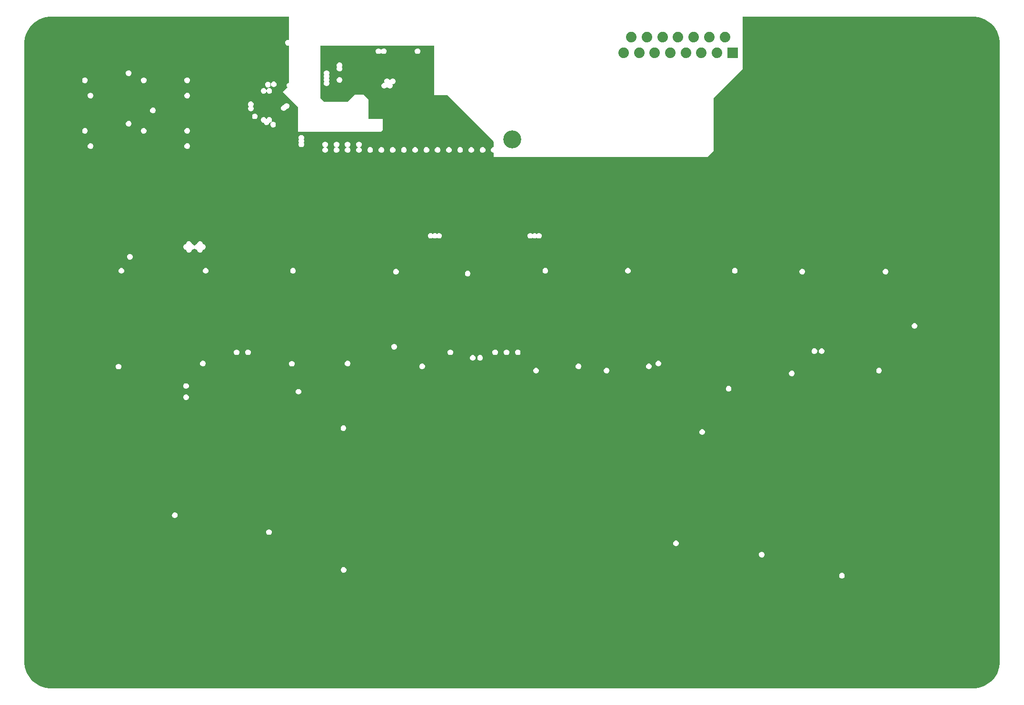
<source format=gbs>
G04*
G04 #@! TF.GenerationSoftware,Altium Limited,Altium Designer,19.1.8 (144)*
G04*
G04 Layer_Color=16711935*
%FSLAX44Y44*%
%MOMM*%
G71*
G01*
G75*
%ADD81C,3.2000*%
%ADD100C,1.8796*%
%ADD101R,1.8796X1.8796*%
%ADD102C,5.0000*%
G36*
X-820000Y667051D02*
X-820000Y667051D01*
X-820000Y667051D01*
X-397000D01*
Y625583D01*
X-398005Y626000D01*
X-399995D01*
X-401832Y625239D01*
X-403239Y623832D01*
X-404000Y621995D01*
Y621000D01*
Y620005D01*
X-403239Y618168D01*
X-401832Y616761D01*
X-399995Y616000D01*
X-398005D01*
X-397000Y616416D01*
X-397000Y549998D01*
X-398832Y549239D01*
X-400239Y547832D01*
X-401000Y545994D01*
Y545000D01*
Y544005D01*
X-400239Y542168D01*
X-399785Y541714D01*
X-408125Y533375D01*
X-381000Y506250D01*
Y462500D01*
X-233000D01*
X-230000Y465500D01*
Y484942D01*
X-230558Y485500D01*
X-255000D01*
X-255721Y486221D01*
Y520221D01*
X-264000Y528500D01*
X-280000D01*
X-292500Y516000D01*
X-334461D01*
X-341000Y522539D01*
Y615500D01*
X-139000D01*
Y527500D01*
X-115000D01*
X-32500Y445000D01*
Y435000D01*
X-33495D01*
X-35332Y434239D01*
X-36739Y432832D01*
X-37500Y430994D01*
Y430000D01*
Y429005D01*
X-36739Y427168D01*
X-35332Y425761D01*
X-33495Y425000D01*
X-32500D01*
Y417500D01*
X347000D01*
X358000Y428500D01*
Y522500D01*
X410000Y574500D01*
X410000Y667051D01*
X823110D01*
X829277Y666239D01*
X835285Y664629D01*
X841032Y662249D01*
X846419Y659139D01*
X851354Y655352D01*
X855752Y650954D01*
X859539Y646019D01*
X862649Y640632D01*
X865029Y634885D01*
X866639Y628877D01*
X867451Y622710D01*
X867451Y619600D01*
Y619600D01*
Y619600D01*
X867451Y-480400D01*
Y-483510D01*
X866639Y-489677D01*
X865029Y-495685D01*
X862649Y-501432D01*
X859539Y-506819D01*
X855752Y-511754D01*
X851354Y-516152D01*
X846419Y-519939D01*
X841032Y-523049D01*
X835285Y-525429D01*
X829277Y-527039D01*
X823110Y-527851D01*
X820000Y-527851D01*
X820000D01*
D01*
X-820000D01*
D01*
X-820000D01*
X-823110Y-527851D01*
X-829277Y-527039D01*
X-835285Y-525429D01*
X-841032Y-523049D01*
X-846419Y-519939D01*
X-851354Y-516152D01*
X-855752Y-511754D01*
X-859539Y-506819D01*
X-862649Y-501432D01*
X-865029Y-495686D01*
X-866639Y-489677D01*
X-867449Y-483527D01*
X-867409Y-480390D01*
X-867412Y-480374D01*
X-867409Y-480357D01*
X-867451Y619600D01*
Y622710D01*
X-866639Y628877D01*
X-865029Y634885D01*
X-862649Y640632D01*
X-859539Y646019D01*
X-855752Y650954D01*
X-851354Y655352D01*
X-846419Y659139D01*
X-841032Y662249D01*
X-835285Y664629D01*
X-829277Y666239D01*
X-823110Y667051D01*
X-820000Y667051D01*
D02*
G37*
%LPC*%
G36*
X-227006Y611000D02*
X-228995D01*
X-230832Y610239D01*
X-232239Y608832D01*
X-233000Y606995D01*
X-233761Y608832D01*
X-235168Y610239D01*
X-237006Y611000D01*
X-238995D01*
X-240832Y610239D01*
X-242239Y608832D01*
X-243000Y606995D01*
Y606000D01*
Y605005D01*
X-242239Y603168D01*
X-240832Y601761D01*
X-238995Y601000D01*
X-237006D01*
X-235168Y601761D01*
X-233761Y603168D01*
X-233000Y605005D01*
X-232239Y603168D01*
X-230832Y601761D01*
X-228995Y601000D01*
X-227006D01*
X-225168Y601761D01*
X-223761Y603168D01*
X-223000Y605005D01*
Y606000D01*
Y606995D01*
X-223761Y608832D01*
X-225168Y610239D01*
X-227006Y611000D01*
D02*
G37*
G36*
X-167006D02*
X-168995D01*
X-170832Y610239D01*
X-172239Y608832D01*
X-173000Y606995D01*
Y606000D01*
Y605005D01*
X-172239Y603168D01*
X-170832Y601761D01*
X-168995Y601000D01*
X-167006D01*
X-165168Y601761D01*
X-163761Y603168D01*
X-163000Y605005D01*
Y606000D01*
Y606995D01*
X-163761Y608832D01*
X-165168Y610239D01*
X-167006Y611000D01*
D02*
G37*
G36*
X-306005Y585715D02*
X-307995D01*
X-309832Y584953D01*
X-311239Y583547D01*
X-312000Y581709D01*
Y580715D01*
Y579720D01*
X-311239Y577882D01*
X-311071Y577715D01*
X-311239Y577547D01*
X-312000Y575709D01*
Y574715D01*
Y573720D01*
X-311239Y571882D01*
X-309832Y570476D01*
X-307995Y569715D01*
X-306005D01*
X-304168Y570476D01*
X-302761Y571882D01*
X-302000Y573720D01*
Y574715D01*
Y575709D01*
X-302761Y577547D01*
X-302929Y577715D01*
X-302761Y577882D01*
X-302000Y579720D01*
Y580715D01*
Y581709D01*
X-302761Y583547D01*
X-304168Y584953D01*
X-306005Y585715D01*
D02*
G37*
G36*
X-680956Y571950D02*
X-682945D01*
X-684782Y571189D01*
X-686189Y569782D01*
X-686950Y567944D01*
Y566950D01*
Y565955D01*
X-686189Y564118D01*
X-684782Y562711D01*
X-682945Y561950D01*
X-680956D01*
X-679118Y562711D01*
X-677711Y564118D01*
X-676950Y565955D01*
Y566950D01*
Y567944D01*
X-677711Y569782D01*
X-679118Y571189D01*
X-680956Y571950D01*
D02*
G37*
G36*
X-211506Y557500D02*
X-213495D01*
X-215332Y556739D01*
X-216739Y555332D01*
X-217032Y554625D01*
X-217968D01*
X-218261Y555332D01*
X-219668Y556739D01*
X-221506Y557500D01*
X-223495D01*
X-225332Y556739D01*
X-226739Y555332D01*
X-227500Y553494D01*
Y552500D01*
Y551505D01*
X-226739Y549668D01*
X-226696Y549625D01*
X-228495D01*
X-230332Y548864D01*
X-231739Y547457D01*
X-232500Y545620D01*
Y544625D01*
Y543630D01*
X-231739Y541793D01*
X-230332Y540386D01*
X-228495Y539625D01*
X-226505D01*
X-224668Y540386D01*
X-223429Y541625D01*
X-221571D01*
X-220332Y540386D01*
X-218495Y539625D01*
X-216506D01*
X-214668Y540386D01*
X-213261Y541793D01*
X-212500Y543630D01*
Y544625D01*
Y545620D01*
X-213124Y547125D01*
X-212968Y547500D01*
X-211506D01*
X-209668Y548261D01*
X-208261Y549668D01*
X-207500Y551505D01*
Y552500D01*
Y553494D01*
X-208261Y555332D01*
X-209668Y556739D01*
X-211506Y557500D01*
D02*
G37*
G36*
X-306005Y559715D02*
X-307995D01*
X-309832Y558953D01*
X-311239Y557547D01*
X-312000Y555709D01*
Y554715D01*
Y553720D01*
X-311239Y551882D01*
X-309832Y550476D01*
X-307995Y549715D01*
X-306005D01*
X-304168Y550476D01*
X-302761Y551882D01*
X-302000Y553720D01*
Y554715D01*
Y555709D01*
X-302761Y557547D01*
X-304168Y558953D01*
X-306005Y559715D01*
D02*
G37*
G36*
X-576755Y559270D02*
X-578745D01*
X-580582Y558509D01*
X-581989Y557102D01*
X-582750Y555265D01*
Y554270D01*
Y553276D01*
X-581989Y551438D01*
X-580582Y550031D01*
X-578745Y549270D01*
X-576755D01*
X-574918Y550031D01*
X-573511Y551438D01*
X-572750Y553276D01*
Y554270D01*
Y555265D01*
X-573511Y557102D01*
X-574918Y558509D01*
X-576755Y559270D01*
D02*
G37*
G36*
X-758755D02*
X-760744D01*
X-762582Y558509D01*
X-763989Y557102D01*
X-764750Y555265D01*
Y554270D01*
Y553276D01*
X-763989Y551438D01*
X-762582Y550031D01*
X-760744Y549270D01*
X-758755D01*
X-756918Y550031D01*
X-755511Y551438D01*
X-754750Y553276D01*
Y554270D01*
Y555265D01*
X-755511Y557102D01*
X-756918Y558509D01*
X-758755Y559270D01*
D02*
G37*
G36*
X-654355Y559250D02*
X-656344D01*
X-658182Y558489D01*
X-659588Y557082D01*
X-660350Y555244D01*
Y554250D01*
Y553255D01*
X-659588Y551418D01*
X-658182Y550011D01*
X-656344Y549250D01*
X-654355D01*
X-652517Y550011D01*
X-651111Y551418D01*
X-650350Y553255D01*
Y554250D01*
Y555244D01*
X-651111Y557082D01*
X-652517Y558489D01*
X-654355Y559250D01*
D02*
G37*
G36*
X-329006Y572000D02*
X-330995D01*
X-332832Y571239D01*
X-334239Y569832D01*
X-335000Y567994D01*
Y567000D01*
Y566005D01*
X-334239Y564168D01*
X-334071Y564000D01*
X-334239Y563832D01*
X-335000Y561995D01*
Y561000D01*
Y560005D01*
X-334239Y558168D01*
X-334071Y558000D01*
X-334239Y557832D01*
X-335000Y555994D01*
Y555000D01*
Y554005D01*
X-334239Y552168D01*
X-333928Y551857D01*
X-334239Y551547D01*
X-335000Y549709D01*
Y548715D01*
Y547720D01*
X-334239Y545882D01*
X-332832Y544476D01*
X-330995Y543715D01*
X-329006D01*
X-327168Y544476D01*
X-325761Y545882D01*
X-325000Y547720D01*
Y548715D01*
Y549709D01*
X-325761Y551547D01*
X-326072Y551857D01*
X-325761Y552168D01*
X-325000Y554005D01*
Y555000D01*
Y555994D01*
X-325761Y557832D01*
X-325929Y558000D01*
X-325761Y558168D01*
X-325000Y560005D01*
Y561000D01*
Y561995D01*
X-325761Y563832D01*
X-325929Y564000D01*
X-325761Y564168D01*
X-325000Y566005D01*
Y567000D01*
Y567994D01*
X-325761Y569832D01*
X-327168Y571239D01*
X-329006Y572000D01*
D02*
G37*
G36*
X-423005Y551875D02*
X-424995D01*
X-426832Y551114D01*
X-428239Y549707D01*
X-429000Y547869D01*
Y546875D01*
Y545880D01*
X-428239Y544043D01*
X-426832Y542636D01*
X-424995Y541875D01*
X-423005D01*
X-421168Y542636D01*
X-419761Y544043D01*
X-419000Y545880D01*
Y546875D01*
Y547869D01*
X-419761Y549707D01*
X-421168Y551114D01*
X-423005Y551875D01*
D02*
G37*
G36*
X-433509Y551503D02*
X-435498D01*
X-437336Y550742D01*
X-438742Y549336D01*
X-439503Y547498D01*
Y546503D01*
Y545509D01*
X-438742Y543671D01*
X-437336Y542265D01*
X-435498Y541503D01*
X-433509D01*
X-431671Y542265D01*
X-430265Y543671D01*
X-429503Y545509D01*
Y546503D01*
Y547498D01*
X-430265Y549336D01*
X-431671Y550742D01*
X-433509Y551503D01*
D02*
G37*
G36*
X-441005Y540375D02*
X-442994D01*
X-444832Y539614D01*
X-446239Y538207D01*
X-447000Y536370D01*
Y535375D01*
Y534380D01*
X-446239Y532543D01*
X-444832Y531136D01*
X-442994Y530375D01*
X-441005D01*
X-439168Y531136D01*
X-437761Y532543D01*
X-437000Y534380D01*
Y534380D01*
X-436239Y532543D01*
X-434832Y531136D01*
X-432995Y530375D01*
X-431005D01*
X-429168Y531136D01*
X-427761Y532543D01*
X-427000Y534380D01*
Y535375D01*
Y536370D01*
X-427761Y538207D01*
X-429168Y539614D01*
X-431005Y540375D01*
X-432995D01*
X-434832Y539614D01*
X-436239Y538207D01*
X-437000Y536370D01*
Y536370D01*
X-437761Y538207D01*
X-439168Y539614D01*
X-441005Y540375D01*
D02*
G37*
G36*
X-748755Y532100D02*
X-750744D01*
X-752582Y531339D01*
X-753989Y529932D01*
X-754750Y528094D01*
Y527100D01*
Y526105D01*
X-753989Y524268D01*
X-752582Y522861D01*
X-750744Y522100D01*
X-748755D01*
X-746918Y522861D01*
X-745511Y524268D01*
X-744750Y526105D01*
Y527100D01*
Y528094D01*
X-745511Y529932D01*
X-746918Y531339D01*
X-748755Y532100D01*
D02*
G37*
G36*
X-576755Y531900D02*
X-578745D01*
X-580582Y531139D01*
X-581989Y529732D01*
X-582750Y527895D01*
Y526900D01*
Y525905D01*
X-581989Y524068D01*
X-580582Y522661D01*
X-578745Y521900D01*
X-576755D01*
X-574918Y522661D01*
X-573511Y524068D01*
X-572750Y525905D01*
Y526900D01*
Y527895D01*
X-573511Y529732D01*
X-574918Y531139D01*
X-576755Y531900D01*
D02*
G37*
G36*
X-400130Y513500D02*
X-402119D01*
X-403957Y512739D01*
X-405364Y511332D01*
X-406123Y509500D01*
X-407120D01*
X-408957Y508739D01*
X-410364Y507332D01*
X-411125Y505494D01*
Y504500D01*
Y503505D01*
X-410364Y501668D01*
X-408957Y500261D01*
X-407120Y499500D01*
X-405131D01*
X-403293Y500261D01*
X-401886Y501668D01*
X-401127Y503500D01*
X-400130D01*
X-398293Y504261D01*
X-396886Y505668D01*
X-396125Y507505D01*
Y508500D01*
Y509495D01*
X-396886Y511332D01*
X-398293Y512739D01*
X-400130Y513500D01*
D02*
G37*
G36*
X-463800Y516420D02*
X-465789D01*
X-467627Y515659D01*
X-469034Y514252D01*
X-469795Y512414D01*
Y511420D01*
Y510425D01*
X-469034Y508588D01*
X-468134Y507687D01*
X-468989Y506832D01*
X-469750Y504995D01*
Y504000D01*
Y503005D01*
X-468989Y501168D01*
X-467582Y499761D01*
X-465745Y499000D01*
X-463755D01*
X-461918Y499761D01*
X-460511Y501168D01*
X-459750Y503005D01*
Y504000D01*
Y504995D01*
X-460511Y506832D01*
X-461411Y507732D01*
X-460556Y508588D01*
X-459795Y510425D01*
Y511420D01*
Y512414D01*
X-460556Y514252D01*
X-461963Y515659D01*
X-463800Y516420D01*
D02*
G37*
G36*
X-637755Y505400D02*
X-639744D01*
X-641582Y504639D01*
X-642989Y503232D01*
X-643750Y501395D01*
Y500400D01*
Y499405D01*
X-642989Y497568D01*
X-641582Y496161D01*
X-639744Y495400D01*
X-637755D01*
X-635918Y496161D01*
X-634511Y497568D01*
X-633750Y499405D01*
Y500400D01*
Y501395D01*
X-634511Y503232D01*
X-635918Y504639D01*
X-637755Y505400D01*
D02*
G37*
G36*
X-456506Y495000D02*
X-458495D01*
X-460332Y494239D01*
X-461739Y492832D01*
X-462500Y490994D01*
Y490000D01*
Y489005D01*
X-461739Y487168D01*
X-460332Y485761D01*
X-458495Y485000D01*
X-456506D01*
X-454668Y485761D01*
X-453261Y487168D01*
X-452500Y489005D01*
Y490000D01*
Y490994D01*
X-453261Y492832D01*
X-454668Y494239D01*
X-456506Y495000D01*
D02*
G37*
G36*
X-431006Y488625D02*
X-432995D01*
X-434832Y487864D01*
X-436239Y486457D01*
X-436998Y484625D01*
X-437002D01*
X-437761Y486457D01*
X-439168Y487864D01*
X-441005Y488625D01*
X-442995D01*
X-444832Y487864D01*
X-446239Y486457D01*
X-447000Y484619D01*
Y483625D01*
Y482630D01*
X-446239Y480793D01*
X-444832Y479386D01*
X-442995Y478625D01*
X-441998D01*
X-441239Y476793D01*
X-439832Y475386D01*
X-437995Y474625D01*
X-436006D01*
X-434168Y475386D01*
X-432761Y476793D01*
X-432002Y478625D01*
X-431006D01*
X-429168Y479386D01*
X-427761Y480793D01*
X-427000Y482631D01*
Y483625D01*
Y484620D01*
X-427761Y486457D01*
X-429168Y487864D01*
X-431006Y488625D01*
D02*
G37*
G36*
X-680956Y481950D02*
X-682945D01*
X-684782Y481189D01*
X-686189Y479782D01*
X-686950Y477944D01*
Y476950D01*
Y475955D01*
X-686189Y474118D01*
X-684782Y472711D01*
X-682945Y471950D01*
X-680956D01*
X-679118Y472711D01*
X-677711Y474118D01*
X-676950Y475955D01*
Y476950D01*
Y477944D01*
X-677711Y479782D01*
X-679118Y481189D01*
X-680956Y481950D01*
D02*
G37*
G36*
X-424255Y480429D02*
X-426244D01*
X-428082Y479668D01*
X-429489Y478261D01*
X-430250Y476423D01*
Y475429D01*
Y474434D01*
X-429489Y472597D01*
X-428082Y471190D01*
X-426244Y470429D01*
X-424255D01*
X-422417Y471190D01*
X-421011Y472597D01*
X-420250Y474434D01*
Y475429D01*
Y476423D01*
X-421011Y478261D01*
X-422417Y479668D01*
X-424255Y480429D01*
D02*
G37*
G36*
X-576755Y469270D02*
X-578745D01*
X-580582Y468509D01*
X-581989Y467102D01*
X-582750Y465265D01*
Y464270D01*
Y463276D01*
X-581989Y461438D01*
X-580582Y460031D01*
X-578745Y459270D01*
X-576755D01*
X-574918Y460031D01*
X-573511Y461438D01*
X-572750Y463276D01*
Y464270D01*
Y465265D01*
X-573511Y467102D01*
X-574918Y468509D01*
X-576755Y469270D01*
D02*
G37*
G36*
X-758755D02*
X-760744D01*
X-762582Y468509D01*
X-763989Y467102D01*
X-764750Y465265D01*
Y464270D01*
Y463276D01*
X-763989Y461438D01*
X-762582Y460031D01*
X-760744Y459270D01*
X-758755D01*
X-756918Y460031D01*
X-755511Y461438D01*
X-754750Y463276D01*
Y464270D01*
Y465265D01*
X-755511Y467102D01*
X-756918Y468509D01*
X-758755Y469270D01*
D02*
G37*
G36*
X-654355Y469250D02*
X-656344D01*
X-658182Y468489D01*
X-659588Y467082D01*
X-660350Y465244D01*
Y464250D01*
Y463255D01*
X-659588Y461418D01*
X-658182Y460011D01*
X-656344Y459250D01*
X-654355D01*
X-652517Y460011D01*
X-651111Y461418D01*
X-650350Y463255D01*
Y464250D01*
Y465244D01*
X-651111Y467082D01*
X-652517Y468489D01*
X-654355Y469250D01*
D02*
G37*
G36*
X-311506Y445000D02*
X-313495D01*
X-315332Y444239D01*
X-316739Y442833D01*
X-317500Y440995D01*
Y440000D01*
Y439006D01*
X-316739Y437168D01*
X-315332Y435761D01*
X-313495Y435000D01*
X-311506D01*
X-309668Y435761D01*
X-308261Y437168D01*
X-307500Y439006D01*
Y440000D01*
Y440995D01*
X-308261Y442833D01*
X-309668Y444239D01*
X-311506Y445000D01*
D02*
G37*
G36*
X-331506D02*
X-333495D01*
X-335332Y444239D01*
X-336739Y442833D01*
X-337500Y440995D01*
Y440000D01*
Y439006D01*
X-336739Y437168D01*
X-335332Y435761D01*
X-333495Y435000D01*
X-331506D01*
X-329668Y435761D01*
X-328261Y437168D01*
X-327500Y439006D01*
Y440000D01*
Y440995D01*
X-328261Y442833D01*
X-329668Y444239D01*
X-331506Y445000D01*
D02*
G37*
G36*
X-374006Y457000D02*
X-375995D01*
X-377832Y456239D01*
X-379239Y454832D01*
X-380000Y452994D01*
Y452000D01*
Y451005D01*
X-379239Y449168D01*
X-379071Y449000D01*
X-379239Y448832D01*
X-380000Y446995D01*
Y446000D01*
Y445005D01*
X-379239Y443168D01*
X-379071Y443000D01*
X-379239Y442832D01*
X-380000Y440994D01*
Y440000D01*
Y439005D01*
X-379239Y437168D01*
X-377832Y435761D01*
X-375995Y435000D01*
X-374006D01*
X-372168Y435761D01*
X-370761Y437168D01*
X-370000Y439005D01*
Y440000D01*
Y440994D01*
X-370761Y442832D01*
X-370929Y443000D01*
X-370761Y443168D01*
X-370000Y445005D01*
Y446000D01*
Y446995D01*
X-370761Y448832D01*
X-370929Y449000D01*
X-370761Y449168D01*
X-370000Y451005D01*
Y452000D01*
Y452994D01*
X-370761Y454832D01*
X-372168Y456239D01*
X-374006Y457000D01*
D02*
G37*
G36*
X-576755Y441900D02*
X-578745D01*
X-580582Y441139D01*
X-581989Y439732D01*
X-582750Y437895D01*
Y436900D01*
Y435905D01*
X-581989Y434068D01*
X-580582Y432661D01*
X-578745Y431900D01*
X-576755D01*
X-574918Y432661D01*
X-573511Y434068D01*
X-572750Y435905D01*
Y436900D01*
Y437895D01*
X-573511Y439732D01*
X-574918Y441139D01*
X-576755Y441900D01*
D02*
G37*
G36*
X-748755D02*
X-750744D01*
X-752582Y441139D01*
X-753989Y439732D01*
X-754750Y437895D01*
Y436900D01*
Y435905D01*
X-753989Y434068D01*
X-752582Y432661D01*
X-750744Y431900D01*
X-748755D01*
X-746918Y432661D01*
X-745511Y434068D01*
X-744750Y435905D01*
Y436900D01*
Y437895D01*
X-745511Y439732D01*
X-746918Y441139D01*
X-748755Y441900D01*
D02*
G37*
G36*
X-51505Y435000D02*
X-53495D01*
X-55332Y434239D01*
X-56739Y432832D01*
X-57500Y430994D01*
Y430000D01*
Y429005D01*
X-56739Y427168D01*
X-55332Y425761D01*
X-53495Y425000D01*
X-51505D01*
X-49668Y425761D01*
X-48261Y427168D01*
X-47500Y429005D01*
Y430000D01*
Y430994D01*
X-48261Y432832D01*
X-49668Y434239D01*
X-51505Y435000D01*
D02*
G37*
G36*
X-71505D02*
X-73495D01*
X-75332Y434239D01*
X-76739Y432832D01*
X-77500Y430994D01*
Y430000D01*
Y429005D01*
X-76739Y427168D01*
X-75332Y425761D01*
X-73495Y425000D01*
X-71505D01*
X-69668Y425761D01*
X-68261Y427168D01*
X-67500Y429005D01*
Y430000D01*
Y430994D01*
X-68261Y432832D01*
X-69668Y434239D01*
X-71505Y435000D01*
D02*
G37*
G36*
X-91505D02*
X-93495D01*
X-95332Y434239D01*
X-96739Y432832D01*
X-97500Y430994D01*
Y430000D01*
Y429005D01*
X-96739Y427168D01*
X-95332Y425761D01*
X-93495Y425000D01*
X-91505D01*
X-89668Y425761D01*
X-88261Y427168D01*
X-87500Y429005D01*
Y430000D01*
Y430994D01*
X-88261Y432832D01*
X-89668Y434239D01*
X-91505Y435000D01*
D02*
G37*
G36*
X-111505D02*
X-113495D01*
X-115332Y434239D01*
X-116739Y432832D01*
X-117500Y430994D01*
Y430000D01*
Y429005D01*
X-116739Y427168D01*
X-115332Y425761D01*
X-113495Y425000D01*
X-111505D01*
X-109668Y425761D01*
X-108261Y427168D01*
X-107500Y429005D01*
Y430000D01*
Y430994D01*
X-108261Y432832D01*
X-109668Y434239D01*
X-111505Y435000D01*
D02*
G37*
G36*
X-131505D02*
X-133495D01*
X-135332Y434239D01*
X-136739Y432832D01*
X-137500Y430994D01*
Y430000D01*
Y429005D01*
X-136739Y427168D01*
X-135332Y425761D01*
X-133495Y425000D01*
X-131505D01*
X-129668Y425761D01*
X-128261Y427168D01*
X-127500Y429005D01*
Y430000D01*
Y430994D01*
X-128261Y432832D01*
X-129668Y434239D01*
X-131505Y435000D01*
D02*
G37*
G36*
X-151505D02*
X-153495D01*
X-155332Y434239D01*
X-156739Y432832D01*
X-157500Y430994D01*
Y430000D01*
Y429005D01*
X-156739Y427168D01*
X-155332Y425761D01*
X-153495Y425000D01*
X-151505D01*
X-149668Y425761D01*
X-148261Y427168D01*
X-147500Y429005D01*
Y430000D01*
Y430994D01*
X-148261Y432832D01*
X-149668Y434239D01*
X-151505Y435000D01*
D02*
G37*
G36*
X-171506D02*
X-173495D01*
X-175332Y434239D01*
X-176739Y432832D01*
X-177500Y430994D01*
Y430000D01*
Y429005D01*
X-176739Y427168D01*
X-175332Y425761D01*
X-173495Y425000D01*
X-171506D01*
X-169668Y425761D01*
X-168261Y427168D01*
X-167500Y429005D01*
Y430000D01*
Y430994D01*
X-168261Y432832D01*
X-169668Y434239D01*
X-171506Y435000D01*
D02*
G37*
G36*
X-191506D02*
X-193495D01*
X-195332Y434239D01*
X-196739Y432832D01*
X-197500Y430994D01*
Y430000D01*
Y429005D01*
X-196739Y427168D01*
X-195332Y425761D01*
X-193495Y425000D01*
X-191506D01*
X-189668Y425761D01*
X-188261Y427168D01*
X-187500Y429005D01*
Y430000D01*
Y430994D01*
X-188261Y432832D01*
X-189668Y434239D01*
X-191506Y435000D01*
D02*
G37*
G36*
X-211506D02*
X-213495D01*
X-215332Y434239D01*
X-216739Y432832D01*
X-217500Y430994D01*
Y430000D01*
Y429005D01*
X-216739Y427168D01*
X-215332Y425761D01*
X-213495Y425000D01*
X-211506D01*
X-209668Y425761D01*
X-208261Y427168D01*
X-207500Y429005D01*
Y430000D01*
Y430994D01*
X-208261Y432832D01*
X-209668Y434239D01*
X-211506Y435000D01*
D02*
G37*
G36*
X-231506D02*
X-233495D01*
X-235332Y434239D01*
X-236739Y432832D01*
X-237500Y430994D01*
Y430000D01*
Y429005D01*
X-236739Y427168D01*
X-235332Y425761D01*
X-233495Y425000D01*
X-231506D01*
X-229668Y425761D01*
X-228261Y427168D01*
X-227500Y429005D01*
Y430000D01*
Y430994D01*
X-228261Y432832D01*
X-229668Y434239D01*
X-231506Y435000D01*
D02*
G37*
G36*
X-251506D02*
X-253495D01*
X-255332Y434239D01*
X-256739Y432832D01*
X-257500Y430994D01*
Y430000D01*
Y429005D01*
X-256739Y427168D01*
X-255332Y425761D01*
X-253495Y425000D01*
X-251506D01*
X-249668Y425761D01*
X-248261Y427168D01*
X-247500Y429005D01*
Y430000D01*
Y430994D01*
X-248261Y432832D01*
X-249668Y434239D01*
X-251506Y435000D01*
D02*
G37*
G36*
X-271506Y445000D02*
X-273495D01*
X-275332Y444239D01*
X-276739Y442832D01*
X-277500Y440994D01*
Y440000D01*
Y439005D01*
X-276739Y437168D01*
X-275332Y435761D01*
X-273495Y435000D01*
X-275332Y434239D01*
X-276739Y432832D01*
X-277500Y430994D01*
Y430000D01*
Y429005D01*
X-276739Y427168D01*
X-275332Y425761D01*
X-273495Y425000D01*
X-271506D01*
X-269668Y425761D01*
X-268261Y427168D01*
X-267500Y429005D01*
Y430000D01*
Y430994D01*
X-268261Y432832D01*
X-269668Y434239D01*
X-271506Y435000D01*
X-269668Y435761D01*
X-268261Y437168D01*
X-267500Y439005D01*
Y440000D01*
Y440994D01*
X-268261Y442832D01*
X-269668Y444239D01*
X-271506Y445000D01*
D02*
G37*
G36*
X-291506Y445000D02*
X-293495D01*
X-295332Y444239D01*
X-296739Y442832D01*
X-297500Y440994D01*
Y440000D01*
Y439005D01*
X-296739Y437168D01*
X-295332Y435761D01*
X-293495Y435000D01*
X-295332Y434239D01*
X-296739Y432832D01*
X-297500Y430994D01*
Y430000D01*
Y429005D01*
X-296739Y427168D01*
X-295332Y425761D01*
X-293495Y425000D01*
X-291506D01*
X-289668Y425761D01*
X-288261Y427168D01*
X-287500Y429005D01*
Y430000D01*
Y430994D01*
X-288261Y432832D01*
X-289668Y434239D01*
X-291505Y435000D01*
X-289668Y435761D01*
X-288261Y437168D01*
X-287500Y439005D01*
Y440000D01*
Y440994D01*
X-288261Y442832D01*
X-289668Y444239D01*
X-291506Y445000D01*
D02*
G37*
G36*
X-311506Y435000D02*
X-313495D01*
X-315332Y434239D01*
X-316739Y432832D01*
X-317500Y430994D01*
Y430000D01*
Y429005D01*
X-316739Y427168D01*
X-315332Y425761D01*
X-313495Y425000D01*
X-311506D01*
X-309668Y425761D01*
X-308261Y427168D01*
X-307500Y429005D01*
Y430000D01*
Y430994D01*
X-308261Y432832D01*
X-309668Y434239D01*
X-311506Y435000D01*
D02*
G37*
G36*
X-331506D02*
X-333495D01*
X-335332Y434239D01*
X-336739Y432832D01*
X-337500Y430994D01*
Y430000D01*
Y429005D01*
X-336739Y427168D01*
X-335332Y425761D01*
X-333495Y425000D01*
X-331506D01*
X-329668Y425761D01*
X-328261Y427168D01*
X-327500Y429005D01*
Y430000D01*
Y430994D01*
X-328261Y432832D01*
X-329668Y434239D01*
X-331506Y435000D01*
D02*
G37*
G36*
X48495Y282500D02*
X46505D01*
X44668Y281739D01*
X43750Y280821D01*
X42832Y281739D01*
X40995Y282500D01*
X39005D01*
X37168Y281739D01*
X36250Y280821D01*
X35332Y281739D01*
X33495Y282500D01*
X31505D01*
X29668Y281739D01*
X28261Y280332D01*
X27500Y278494D01*
Y277500D01*
Y276505D01*
X28261Y274668D01*
X29668Y273261D01*
X31505Y272500D01*
X33495D01*
X35332Y273261D01*
X36250Y274179D01*
X37168Y273261D01*
X39005Y272500D01*
X40995D01*
X42832Y273261D01*
X43750Y274179D01*
X44668Y273261D01*
X46505Y272500D01*
X48495D01*
X50332Y273261D01*
X51739Y274668D01*
X52500Y276505D01*
Y277500D01*
Y278494D01*
X51739Y280332D01*
X50332Y281739D01*
X48495Y282500D01*
D02*
G37*
G36*
X-129005D02*
X-130995D01*
X-132832Y281739D01*
X-133750Y280821D01*
X-134668Y281739D01*
X-136505Y282500D01*
X-138495D01*
X-140332Y281739D01*
X-141250Y280821D01*
X-142168Y281739D01*
X-144005Y282500D01*
X-145995D01*
X-147832Y281739D01*
X-149239Y280332D01*
X-150000Y278494D01*
Y277500D01*
Y276505D01*
X-149239Y274668D01*
X-147832Y273261D01*
X-145995Y272500D01*
X-144005D01*
X-142168Y273261D01*
X-141250Y274179D01*
X-140332Y273261D01*
X-138495Y272500D01*
X-136505D01*
X-134668Y273261D01*
X-133750Y274179D01*
X-132832Y273261D01*
X-130995Y272500D01*
X-129005D01*
X-127168Y273261D01*
X-125761Y274668D01*
X-125000Y276505D01*
Y277500D01*
Y278494D01*
X-125761Y280332D01*
X-127168Y281739D01*
X-129005Y282500D01*
D02*
G37*
G36*
X-554006Y267500D02*
X-555995D01*
X-557832Y266739D01*
X-559239Y265332D01*
X-560000Y263494D01*
Y262500D01*
X-560995D01*
X-562832Y261739D01*
X-564239Y260332D01*
X-565000Y258495D01*
X-565761Y260332D01*
X-567168Y261739D01*
X-569006Y262500D01*
X-570000D01*
Y263494D01*
X-570761Y265332D01*
X-572168Y266739D01*
X-574006Y267500D01*
X-575995D01*
X-577832Y266739D01*
X-579239Y265332D01*
X-580000Y263494D01*
Y262500D01*
X-580995D01*
X-582832Y261739D01*
X-584239Y260332D01*
X-585000Y258495D01*
Y257500D01*
Y256505D01*
X-584239Y254668D01*
X-582832Y253261D01*
X-580995Y252500D01*
X-580000D01*
Y251505D01*
X-579239Y249668D01*
X-577832Y248261D01*
X-575995Y247500D01*
X-574006D01*
X-572168Y248261D01*
X-570761Y249668D01*
X-570000Y251505D01*
Y252500D01*
X-569006D01*
X-567168Y253261D01*
X-565761Y254668D01*
X-565000Y256505D01*
X-564239Y254668D01*
X-562832Y253261D01*
X-560995Y252500D01*
X-560000D01*
Y251505D01*
X-559239Y249668D01*
X-557832Y248261D01*
X-555995Y247500D01*
X-554006D01*
X-552168Y248261D01*
X-550761Y249668D01*
X-550000Y251505D01*
Y252500D01*
X-549006D01*
X-547168Y253261D01*
X-545761Y254668D01*
X-545000Y256505D01*
Y257500D01*
Y258494D01*
X-545761Y260332D01*
X-547168Y261739D01*
X-549006Y262500D01*
X-550000D01*
Y262500D01*
Y263494D01*
X-550761Y265332D01*
X-552168Y266739D01*
X-554006Y267500D01*
D02*
G37*
G36*
X-679006Y245000D02*
X-680995D01*
X-682832Y244239D01*
X-684239Y242832D01*
X-685000Y240994D01*
Y240000D01*
Y239005D01*
X-684239Y237168D01*
X-682832Y235761D01*
X-680995Y235000D01*
X-679006D01*
X-677168Y235761D01*
X-675761Y237168D01*
X-675000Y239005D01*
Y240000D01*
Y240994D01*
X-675761Y242832D01*
X-677168Y244239D01*
X-679006Y245000D01*
D02*
G37*
G36*
X396995Y220000D02*
X395005D01*
X393168Y219239D01*
X391761Y217832D01*
X391000Y215994D01*
Y215000D01*
Y214005D01*
X391761Y212168D01*
X393168Y210761D01*
X395005Y210000D01*
X396995D01*
X398832Y210761D01*
X400239Y212168D01*
X401000Y214005D01*
Y215000D01*
Y215994D01*
X400239Y217832D01*
X398832Y219239D01*
X396995Y220000D01*
D02*
G37*
G36*
X206994D02*
X205005D01*
X203168Y219239D01*
X201761Y217832D01*
X201000Y215994D01*
Y215000D01*
Y214005D01*
X201761Y212168D01*
X203168Y210761D01*
X205005Y210000D01*
X206994D01*
X208832Y210761D01*
X210239Y212168D01*
X211000Y214005D01*
Y215000D01*
Y215994D01*
X210239Y217832D01*
X208832Y219239D01*
X206994Y220000D01*
D02*
G37*
G36*
X59995D02*
X58005D01*
X56168Y219239D01*
X54761Y217832D01*
X54000Y215994D01*
Y215000D01*
Y214005D01*
X54761Y212168D01*
X56168Y210761D01*
X58005Y210000D01*
X59995D01*
X61832Y210761D01*
X63239Y212168D01*
X64000Y214005D01*
Y215000D01*
Y215994D01*
X63239Y217832D01*
X61832Y219239D01*
X59995Y220000D01*
D02*
G37*
G36*
X-388755D02*
X-390744D01*
X-392582Y219239D01*
X-393988Y217832D01*
X-394750Y215994D01*
Y215000D01*
Y214005D01*
X-393988Y212168D01*
X-392582Y210761D01*
X-390744Y210000D01*
X-388755D01*
X-386917Y210761D01*
X-385511Y212168D01*
X-384750Y214005D01*
Y215000D01*
Y215994D01*
X-385511Y217832D01*
X-386917Y219239D01*
X-388755Y220000D01*
D02*
G37*
G36*
X-544006D02*
X-545995D01*
X-547832Y219239D01*
X-549239Y217832D01*
X-550000Y215994D01*
Y215000D01*
Y214005D01*
X-549239Y212168D01*
X-547832Y210761D01*
X-545995Y210000D01*
X-544006D01*
X-542168Y210761D01*
X-540761Y212168D01*
X-540000Y214005D01*
Y215000D01*
Y215994D01*
X-540761Y217832D01*
X-542168Y219239D01*
X-544006Y220000D01*
D02*
G37*
G36*
X-694006D02*
X-695995D01*
X-697832Y219239D01*
X-699239Y217832D01*
X-700000Y215994D01*
Y215000D01*
Y214005D01*
X-699239Y212168D01*
X-697832Y210761D01*
X-695995Y210000D01*
X-694006D01*
X-692168Y210761D01*
X-690761Y212168D01*
X-690000Y214005D01*
Y215000D01*
Y215994D01*
X-690761Y217832D01*
X-692168Y219239D01*
X-694006Y220000D01*
D02*
G37*
G36*
X665220Y218600D02*
X663231D01*
X661393Y217838D01*
X659987Y216432D01*
X659226Y214594D01*
Y213600D01*
Y212605D01*
X659987Y210767D01*
X661393Y209361D01*
X663231Y208600D01*
X665220D01*
X667058Y209361D01*
X668464Y210767D01*
X669226Y212605D01*
Y213600D01*
Y214594D01*
X668464Y216432D01*
X667058Y217838D01*
X665220Y218600D01*
D02*
G37*
G36*
X516995D02*
X515006D01*
X513168Y217838D01*
X511762Y216432D01*
X511000Y214594D01*
Y213600D01*
Y212605D01*
X511762Y210767D01*
X513168Y209361D01*
X515006Y208600D01*
X516995D01*
X518833Y209361D01*
X520239Y210767D01*
X521000Y212605D01*
Y213600D01*
Y214594D01*
X520239Y216432D01*
X518833Y217838D01*
X516995Y218600D01*
D02*
G37*
G36*
X-205592Y218350D02*
X-207581D01*
X-209419Y217589D01*
X-210826Y216182D01*
X-211587Y214344D01*
Y213350D01*
Y212355D01*
X-210826Y210517D01*
X-209419Y209111D01*
X-207581Y208350D01*
X-205592D01*
X-203755Y209111D01*
X-202348Y210517D01*
X-201587Y212355D01*
Y213350D01*
Y214344D01*
X-202348Y216182D01*
X-203755Y217589D01*
X-205592Y218350D01*
D02*
G37*
G36*
X-78005Y215000D02*
X-79995D01*
X-81832Y214239D01*
X-83239Y212832D01*
X-84000Y210994D01*
Y210000D01*
Y209005D01*
X-83239Y207168D01*
X-81832Y205761D01*
X-79995Y205000D01*
X-78005D01*
X-76168Y205761D01*
X-74761Y207168D01*
X-74000Y209005D01*
Y210000D01*
Y210994D01*
X-74761Y212832D01*
X-76168Y214239D01*
X-78005Y215000D01*
D02*
G37*
G36*
X716641Y122043D02*
X714652D01*
X712815Y121282D01*
X711408Y119875D01*
X710647Y118038D01*
Y117043D01*
Y116049D01*
X711408Y114211D01*
X712815Y112804D01*
X714652Y112043D01*
X716641D01*
X718479Y112804D01*
X719886Y114211D01*
X720647Y116049D01*
Y117043D01*
Y118038D01*
X719886Y119875D01*
X718479Y121282D01*
X716641Y122043D01*
D02*
G37*
G36*
X-209006Y85000D02*
X-210995D01*
X-212832Y84239D01*
X-214239Y82832D01*
X-215000Y80995D01*
Y80000D01*
Y79005D01*
X-214239Y77168D01*
X-212832Y75761D01*
X-210995Y75000D01*
X-209006D01*
X-207168Y75761D01*
X-205761Y77168D01*
X-205000Y79005D01*
Y80000D01*
Y80995D01*
X-205761Y82832D01*
X-207168Y84239D01*
X-209006Y85000D01*
D02*
G37*
G36*
X551494Y77000D02*
X549505D01*
X547668Y76239D01*
X546261Y74832D01*
X545500Y72995D01*
Y72000D01*
Y71005D01*
X546261Y69168D01*
X547668Y67761D01*
X549505Y67000D01*
X551494D01*
X553332Y67761D01*
X554739Y69168D01*
X555500Y71005D01*
Y72000D01*
Y72995D01*
X554739Y74832D01*
X553332Y76239D01*
X551494Y77000D01*
D02*
G37*
G36*
X538494D02*
X536505D01*
X534668Y76239D01*
X533261Y74832D01*
X532500Y72995D01*
Y72000D01*
Y71005D01*
X533261Y69168D01*
X534668Y67761D01*
X536505Y67000D01*
X538494D01*
X540332Y67761D01*
X541739Y69168D01*
X542500Y71005D01*
Y72000D01*
Y72995D01*
X541739Y74832D01*
X540332Y76239D01*
X538494Y77000D01*
D02*
G37*
G36*
X10994Y75000D02*
X9005D01*
X7168Y74239D01*
X5761Y72832D01*
X5000Y70995D01*
Y70000D01*
Y69005D01*
X5761Y67168D01*
X7168Y65761D01*
X9005Y65000D01*
X10994D01*
X12832Y65761D01*
X14239Y67168D01*
X15000Y69005D01*
Y70000D01*
Y70995D01*
X14239Y72832D01*
X12832Y74239D01*
X10994Y75000D01*
D02*
G37*
G36*
X-9006D02*
X-10995D01*
X-12832Y74239D01*
X-14239Y72832D01*
X-15000Y70995D01*
Y70000D01*
Y69005D01*
X-14239Y67168D01*
X-12832Y65761D01*
X-10995Y65000D01*
X-9006D01*
X-7168Y65761D01*
X-5761Y67168D01*
X-5000Y69005D01*
Y70000D01*
Y70995D01*
X-5761Y72832D01*
X-7168Y74239D01*
X-9006Y75000D01*
D02*
G37*
G36*
X-29005D02*
X-30995D01*
X-32832Y74239D01*
X-34239Y72832D01*
X-35000Y70995D01*
Y70000D01*
Y69005D01*
X-34239Y67168D01*
X-32832Y65761D01*
X-30995Y65000D01*
X-29005D01*
X-27168Y65761D01*
X-25761Y67168D01*
X-25000Y69005D01*
Y70000D01*
Y70995D01*
X-25761Y72832D01*
X-27168Y74239D01*
X-29005Y75000D01*
D02*
G37*
G36*
X-109005D02*
X-110995D01*
X-112832Y74239D01*
X-114239Y72832D01*
X-115000Y70995D01*
Y70000D01*
Y69005D01*
X-114239Y67168D01*
X-112832Y65761D01*
X-110995Y65000D01*
X-109005D01*
X-107168Y65761D01*
X-105761Y67168D01*
X-105000Y69005D01*
Y70000D01*
Y70995D01*
X-105761Y72832D01*
X-107168Y74239D01*
X-109005Y75000D01*
D02*
G37*
G36*
X-469006D02*
X-470995D01*
X-472832Y74239D01*
X-474239Y72832D01*
X-475000Y70995D01*
Y70000D01*
Y69005D01*
X-474239Y67168D01*
X-472832Y65761D01*
X-470995Y65000D01*
X-469006D01*
X-467168Y65761D01*
X-465761Y67168D01*
X-465000Y69005D01*
Y70000D01*
Y70995D01*
X-465761Y72832D01*
X-467168Y74239D01*
X-469006Y75000D01*
D02*
G37*
G36*
X-489006D02*
X-490995D01*
X-492832Y74239D01*
X-494239Y72832D01*
X-495000Y70995D01*
Y70000D01*
Y69005D01*
X-494239Y67168D01*
X-492832Y65761D01*
X-490995Y65000D01*
X-489006D01*
X-487168Y65761D01*
X-485761Y67168D01*
X-485000Y69005D01*
Y70000D01*
Y70995D01*
X-485761Y72832D01*
X-487168Y74239D01*
X-489006Y75000D01*
D02*
G37*
G36*
X-56006Y65000D02*
X-57995D01*
X-59833Y64239D01*
X-61239Y62832D01*
X-62000Y60995D01*
Y60000D01*
Y59005D01*
X-61239Y57168D01*
X-59833Y55761D01*
X-57995Y55000D01*
X-56006D01*
X-54168Y55761D01*
X-52762Y57168D01*
X-52000Y59005D01*
Y60000D01*
Y60995D01*
X-52762Y62832D01*
X-54168Y64239D01*
X-56006Y65000D01*
D02*
G37*
G36*
X-69006D02*
X-70995D01*
X-72832Y64239D01*
X-74239Y62832D01*
X-75000Y60995D01*
Y60000D01*
Y59005D01*
X-74239Y57168D01*
X-72832Y55761D01*
X-70995Y55000D01*
X-69006D01*
X-67168Y55761D01*
X-65761Y57168D01*
X-65000Y59005D01*
Y60000D01*
Y60995D01*
X-65761Y62832D01*
X-67168Y64239D01*
X-69006Y65000D01*
D02*
G37*
G36*
X260994Y55000D02*
X259005D01*
X257168Y54239D01*
X255761Y52832D01*
X255000Y50995D01*
Y50000D01*
Y49005D01*
X255761Y47168D01*
X257168Y45761D01*
X259005Y45000D01*
X260994D01*
X262832Y45761D01*
X264239Y47168D01*
X265000Y49005D01*
Y50000D01*
Y50995D01*
X264239Y52832D01*
X262832Y54239D01*
X260994Y55000D01*
D02*
G37*
G36*
X-291506D02*
X-293495D01*
X-295332Y54239D01*
X-296739Y52832D01*
X-297500Y50995D01*
Y50000D01*
Y49005D01*
X-296739Y47168D01*
X-295332Y45761D01*
X-293495Y45000D01*
X-291506D01*
X-289668Y45761D01*
X-288261Y47168D01*
X-287500Y49005D01*
Y50000D01*
Y50995D01*
X-288261Y52832D01*
X-289668Y54239D01*
X-291506Y55000D01*
D02*
G37*
G36*
X-549006D02*
X-550995D01*
X-552832Y54239D01*
X-554239Y52832D01*
X-555000Y50995D01*
Y50000D01*
Y49005D01*
X-554239Y47168D01*
X-552832Y45761D01*
X-550995Y45000D01*
X-549006D01*
X-547168Y45761D01*
X-545761Y47168D01*
X-545000Y49005D01*
Y50000D01*
Y50995D01*
X-545761Y52832D01*
X-547168Y54239D01*
X-549006Y55000D01*
D02*
G37*
G36*
X-390755Y54687D02*
X-392744D01*
X-394582Y53925D01*
X-395988Y52519D01*
X-396750Y50681D01*
Y49687D01*
Y48692D01*
X-395988Y46854D01*
X-394582Y45448D01*
X-392744Y44687D01*
X-390755D01*
X-388917Y45448D01*
X-387511Y46854D01*
X-386750Y48692D01*
Y49687D01*
Y50681D01*
X-387511Y52519D01*
X-388917Y53925D01*
X-390755Y54687D01*
D02*
G37*
G36*
X244116Y49925D02*
X242127D01*
X240289Y49164D01*
X238883Y47757D01*
X238122Y45920D01*
Y44925D01*
Y43931D01*
X238883Y42093D01*
X240289Y40686D01*
X242127Y39925D01*
X244116D01*
X245954Y40686D01*
X247361Y42093D01*
X248122Y43931D01*
Y44925D01*
Y45920D01*
X247361Y47757D01*
X245954Y49164D01*
X244116Y49925D01*
D02*
G37*
G36*
X119116D02*
X117127D01*
X115289Y49164D01*
X113883Y47757D01*
X113122Y45920D01*
Y44925D01*
Y43931D01*
X113883Y42093D01*
X115289Y40686D01*
X117127Y39925D01*
X119116D01*
X120954Y40686D01*
X122361Y42093D01*
X123122Y43931D01*
Y44925D01*
Y45920D01*
X122361Y47757D01*
X120954Y49164D01*
X119116Y49925D01*
D02*
G37*
G36*
X-159058Y49900D02*
X-161047D01*
X-162885Y49139D01*
X-164291Y47732D01*
X-165053Y45894D01*
Y44900D01*
Y43905D01*
X-164291Y42068D01*
X-162885Y40661D01*
X-161047Y39900D01*
X-159058D01*
X-157220Y40661D01*
X-155814Y42068D01*
X-155053Y43905D01*
Y44900D01*
Y45894D01*
X-155814Y47732D01*
X-157220Y49139D01*
X-159058Y49900D01*
D02*
G37*
G36*
X-699006Y49600D02*
X-700995D01*
X-702832Y48839D01*
X-704239Y47432D01*
X-705000Y45594D01*
Y44600D01*
Y43605D01*
X-704239Y41768D01*
X-702832Y40361D01*
X-700995Y39600D01*
X-699006D01*
X-697168Y40361D01*
X-695761Y41768D01*
X-695000Y43605D01*
Y44600D01*
Y45594D01*
X-695761Y47432D01*
X-697168Y48839D01*
X-699006Y49600D01*
D02*
G37*
G36*
X168995Y42550D02*
X167005D01*
X165168Y41789D01*
X163761Y40382D01*
X163000Y38544D01*
Y37550D01*
Y36555D01*
X163761Y34718D01*
X165168Y33311D01*
X167005Y32550D01*
X168995D01*
X170832Y33311D01*
X172239Y34718D01*
X173000Y36555D01*
Y37550D01*
Y38544D01*
X172239Y40382D01*
X170832Y41789D01*
X168995Y42550D01*
D02*
G37*
G36*
X43495Y42500D02*
X41505D01*
X39668Y41739D01*
X38261Y40332D01*
X37500Y38495D01*
Y37500D01*
Y36505D01*
X38261Y34668D01*
X39668Y33261D01*
X41505Y32500D01*
X43495D01*
X45332Y33261D01*
X46739Y34668D01*
X47500Y36505D01*
Y37500D01*
Y38495D01*
X46739Y40332D01*
X45332Y41739D01*
X43495Y42500D01*
D02*
G37*
G36*
X653494Y42500D02*
X651505D01*
X649668Y41739D01*
X648261Y40332D01*
X647500Y38495D01*
Y37500D01*
Y36505D01*
X648261Y34668D01*
X649668Y33261D01*
X651505Y32500D01*
X653494D01*
X655332Y33261D01*
X656739Y34668D01*
X657500Y36505D01*
Y37500D01*
Y38495D01*
X656739Y40332D01*
X655332Y41739D01*
X653494Y42500D01*
D02*
G37*
G36*
X498494Y37500D02*
X496505D01*
X494668Y36739D01*
X493261Y35332D01*
X492500Y33495D01*
Y32500D01*
Y31505D01*
X493261Y29668D01*
X494668Y28261D01*
X496505Y27500D01*
X498494D01*
X500332Y28261D01*
X501739Y29668D01*
X502500Y31505D01*
Y32500D01*
Y33495D01*
X501739Y35332D01*
X500332Y36739D01*
X498494Y37500D01*
D02*
G37*
G36*
X-579006Y15000D02*
X-580995D01*
X-582832Y14239D01*
X-584239Y12832D01*
X-585000Y10994D01*
Y10000D01*
Y9005D01*
X-584239Y7168D01*
X-582832Y5761D01*
X-580995Y5000D01*
X-579006D01*
X-577168Y5761D01*
X-575761Y7168D01*
X-575000Y9005D01*
Y10000D01*
Y10994D01*
X-575761Y12832D01*
X-577168Y14239D01*
X-579006Y15000D01*
D02*
G37*
G36*
X385994Y10000D02*
X384005D01*
X382168Y9239D01*
X380761Y7832D01*
X380000Y5994D01*
Y5000D01*
Y4005D01*
X380761Y2168D01*
X382168Y761D01*
X384005Y-0D01*
X385994D01*
X387832Y761D01*
X389239Y2168D01*
X390000Y4005D01*
Y5000D01*
Y5994D01*
X389239Y7832D01*
X387832Y9239D01*
X385994Y10000D01*
D02*
G37*
G36*
X-379005Y4877D02*
X-380994D01*
X-382832Y4115D01*
X-384239Y2709D01*
X-385000Y871D01*
Y-124D01*
Y-1118D01*
X-384239Y-2956D01*
X-382832Y-4362D01*
X-380994Y-5124D01*
X-379005D01*
X-377168Y-4362D01*
X-375761Y-2956D01*
X-375000Y-1118D01*
Y-124D01*
Y871D01*
X-375761Y2709D01*
X-377168Y4115D01*
X-379005Y4877D01*
D02*
G37*
G36*
X-579006Y-5000D02*
X-580995D01*
X-582832Y-5761D01*
X-584239Y-7168D01*
X-585000Y-9006D01*
Y-10000D01*
Y-10995D01*
X-584239Y-12832D01*
X-582832Y-14239D01*
X-580995Y-15000D01*
X-579006D01*
X-577168Y-14239D01*
X-575761Y-12832D01*
X-575000Y-10995D01*
Y-10000D01*
Y-9006D01*
X-575761Y-7168D01*
X-577168Y-5761D01*
X-579006Y-5000D01*
D02*
G37*
G36*
X-299006Y-60000D02*
X-300995D01*
X-302832Y-60761D01*
X-304239Y-62168D01*
X-305000Y-64005D01*
Y-65000D01*
Y-65995D01*
X-304239Y-67832D01*
X-302832Y-69239D01*
X-300995Y-70000D01*
X-299006D01*
X-297168Y-69239D01*
X-295761Y-67832D01*
X-295000Y-65995D01*
Y-65000D01*
Y-64005D01*
X-295761Y-62168D01*
X-297168Y-60761D01*
X-299006Y-60000D01*
D02*
G37*
G36*
X338994Y-66954D02*
X337005D01*
X335168Y-67715D01*
X333761Y-69122D01*
X333000Y-70959D01*
Y-71954D01*
Y-72948D01*
X333761Y-74786D01*
X335168Y-76193D01*
X337005Y-76954D01*
X338994D01*
X340832Y-76193D01*
X342239Y-74786D01*
X343000Y-72948D01*
Y-71954D01*
Y-70959D01*
X342239Y-69122D01*
X340832Y-67715D01*
X338994Y-66954D01*
D02*
G37*
G36*
X-599953Y-214963D02*
X-601167Y-215100D01*
X-602312Y-215525D01*
X-603321Y-216213D01*
X-604135Y-217124D01*
X-604706Y-218204D01*
X-605000Y-219390D01*
X-605000Y-220000D01*
X-605000Y-220995D01*
X-604239Y-222833D01*
X-602832Y-224239D01*
X-600994Y-225000D01*
X-600000D01*
X-599126Y-225000D01*
X-597483Y-224408D01*
X-596137Y-223293D01*
X-595250Y-221788D01*
X-594925Y-220071D01*
X-595201Y-218346D01*
X-596046Y-216817D01*
X-597360Y-215665D01*
X-598173Y-215346D01*
Y-215346D01*
X-598742Y-215123D01*
X-599953Y-214963D01*
D02*
G37*
G36*
X-431506Y-245000D02*
X-433495D01*
X-435332Y-245761D01*
X-436739Y-247168D01*
X-437500Y-249006D01*
Y-250000D01*
Y-250995D01*
X-436739Y-252832D01*
X-435332Y-254239D01*
X-433495Y-255000D01*
X-431506D01*
X-429668Y-254239D01*
X-428261Y-252832D01*
X-427500Y-250995D01*
Y-250000D01*
Y-249006D01*
X-428261Y-247168D01*
X-429668Y-245761D01*
X-431506Y-245000D01*
D02*
G37*
G36*
X292495Y-265000D02*
X290505D01*
X288668Y-265761D01*
X287261Y-267168D01*
X286500Y-269006D01*
Y-270000D01*
Y-270995D01*
X287261Y-272832D01*
X288668Y-274239D01*
X290505Y-275000D01*
X292495D01*
X294332Y-274239D01*
X295739Y-272832D01*
X296500Y-270995D01*
Y-270000D01*
Y-269006D01*
X295739Y-267168D01*
X294332Y-265761D01*
X292495Y-265000D01*
D02*
G37*
G36*
X444995Y-285000D02*
X443005D01*
X441168Y-285761D01*
X439761Y-287168D01*
X439000Y-289006D01*
Y-290000D01*
Y-290995D01*
X439761Y-292832D01*
X441168Y-294239D01*
X443005Y-295000D01*
X444995D01*
X446832Y-294239D01*
X448239Y-292832D01*
X449000Y-290995D01*
Y-290000D01*
Y-289006D01*
X448239Y-287168D01*
X446832Y-285761D01*
X444995Y-285000D01*
D02*
G37*
G36*
X-298875Y-312369D02*
X-300864D01*
X-302702Y-313131D01*
X-304108Y-314537D01*
X-304869Y-316375D01*
Y-317369D01*
Y-318364D01*
X-304108Y-320202D01*
X-302702Y-321608D01*
X-300864Y-322369D01*
X-298875D01*
X-297037Y-321608D01*
X-295631Y-320202D01*
X-294869Y-318364D01*
Y-317369D01*
Y-316375D01*
X-295631Y-314537D01*
X-297037Y-313131D01*
X-298875Y-312369D01*
D02*
G37*
G36*
X587495Y-322500D02*
X585505D01*
X583668Y-323261D01*
X582261Y-324668D01*
X581500Y-326506D01*
Y-327500D01*
Y-328495D01*
X582261Y-330332D01*
X583668Y-331739D01*
X585505Y-332500D01*
X587495D01*
X589332Y-331739D01*
X590739Y-330332D01*
X591500Y-328495D01*
Y-327500D01*
Y-326506D01*
X590739Y-324668D01*
X589332Y-323261D01*
X587495Y-322500D01*
D02*
G37*
%LPD*%
D81*
X0Y449000D02*
D03*
D100*
X212168Y631148D02*
D03*
X239854D02*
D03*
X267540D02*
D03*
X198198Y602700D02*
D03*
X225884D02*
D03*
X253570D02*
D03*
X350598Y631148D02*
D03*
X322912D02*
D03*
X295226D02*
D03*
X378284D02*
D03*
X281256Y602700D02*
D03*
X308942D02*
D03*
X364314D02*
D03*
X336628D02*
D03*
D101*
X392000D02*
D03*
D102*
X-301375Y229600D02*
D03*
X298625D02*
D03*
X-451375D02*
D03*
X448625D02*
D03*
X-815000Y422100D02*
D03*
X815000Y422100D02*
D03*
Y229600D02*
D03*
X-815000D02*
D03*
Y-155400D02*
D03*
Y37100D02*
D03*
X815000D02*
D03*
Y-155400D02*
D03*
Y-347900D02*
D03*
X-815000D02*
D03*
X0D02*
D03*
Y0D02*
D03*
X-280000Y-490400D02*
D03*
X815000Y-475400D02*
D03*
Y614600D02*
D03*
X-815000Y614600D02*
D03*
X-160000Y-490400D02*
D03*
X-385000D02*
D03*
X-505000D02*
D03*
X-610000D02*
D03*
X-730000D02*
D03*
X280000D02*
D03*
X160000D02*
D03*
X385000D02*
D03*
X505000D02*
D03*
X610000D02*
D03*
X730000D02*
D03*
X-815000Y-475400D02*
D03*
M02*

</source>
